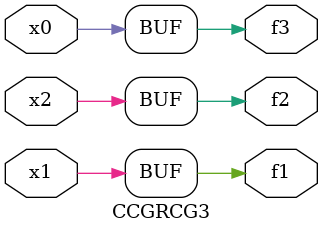
<source format=v>
module CCGRCG3(
	input x0, x1, x2,
	output f1, f2, f3
);
	assign f1 = x1;
	assign f2 = x2;
	assign f3 = x0;
endmodule

</source>
